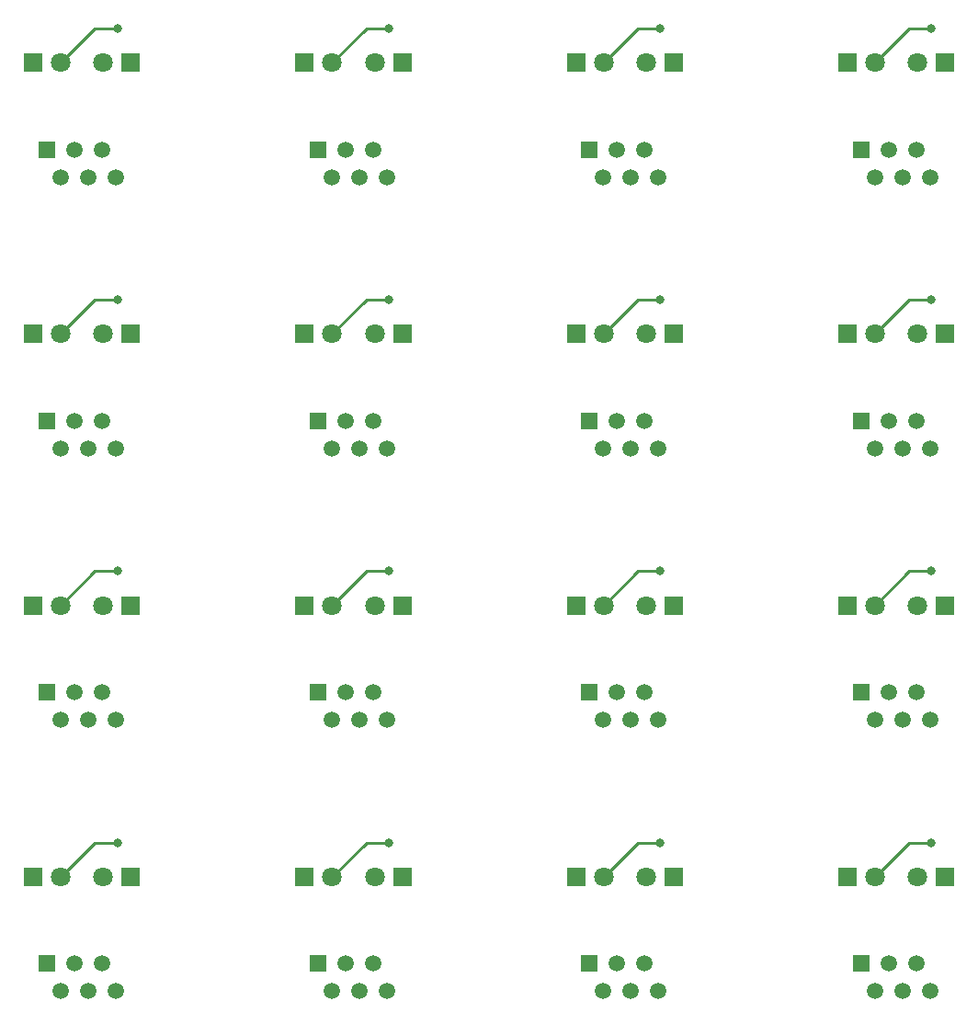
<source format=gbr>
%TF.GenerationSoftware,KiCad,Pcbnew,(5.1.9)-1*%
%TF.CreationDate,2021-10-26T13:29:37+02:00*%
%TF.ProjectId,Smartmeter_IR_V11_multi,536d6172-746d-4657-9465-725f49525f56,rev?*%
%TF.SameCoordinates,Original*%
%TF.FileFunction,Copper,L2,Bot*%
%TF.FilePolarity,Positive*%
%FSLAX46Y46*%
G04 Gerber Fmt 4.6, Leading zero omitted, Abs format (unit mm)*
G04 Created by KiCad (PCBNEW (5.1.9)-1) date 2021-10-26 13:29:37*
%MOMM*%
%LPD*%
G01*
G04 APERTURE LIST*
%TA.AperFunction,ComponentPad*%
%ADD10R,1.800000X1.800000*%
%TD*%
%TA.AperFunction,ComponentPad*%
%ADD11C,1.800000*%
%TD*%
%TA.AperFunction,ComponentPad*%
%ADD12R,1.520000X1.520000*%
%TD*%
%TA.AperFunction,ComponentPad*%
%ADD13C,1.520000*%
%TD*%
%TA.AperFunction,ViaPad*%
%ADD14C,0.800000*%
%TD*%
%TA.AperFunction,Conductor*%
%ADD15C,0.250000*%
%TD*%
G04 APERTURE END LIST*
D10*
%TO.P,T1,1*%
%TO.N,Net-(R1-Pad1)*%
X130500000Y-130000000D03*
D11*
%TO.P,T1,2*%
%TO.N,PWR*%
X133040000Y-130000000D03*
%TD*%
D12*
%TO.P,J1,1*%
%TO.N,Net-(D2-Pad2)*%
X56750000Y-138000000D03*
D13*
%TO.P,J1,2*%
%TO.N,Net-(J1-Pad2)*%
X58020000Y-140540000D03*
%TO.P,J1,3*%
%TO.N,Net-(J1-Pad3)*%
X59290000Y-138000000D03*
%TO.P,J1,4*%
%TO.N,Net-(IC1-Pad2)*%
X60560000Y-140540000D03*
%TO.P,J1,5*%
%TO.N,Net-(IC2-Pad4)*%
X61830000Y-138000000D03*
%TO.P,J1,6*%
%TO.N,GND*%
X63100000Y-140540000D03*
%TD*%
%TO.P,J1,6*%
%TO.N,GND*%
X88100000Y-140540000D03*
%TO.P,J1,5*%
%TO.N,Net-(IC2-Pad4)*%
X86830000Y-138000000D03*
%TO.P,J1,4*%
%TO.N,Net-(IC1-Pad2)*%
X85560000Y-140540000D03*
%TO.P,J1,3*%
%TO.N,Net-(J1-Pad3)*%
X84290000Y-138000000D03*
%TO.P,J1,2*%
%TO.N,Net-(J1-Pad2)*%
X83020000Y-140540000D03*
D12*
%TO.P,J1,1*%
%TO.N,Net-(D2-Pad2)*%
X81750000Y-138000000D03*
%TD*%
D11*
%TO.P,T1,2*%
%TO.N,PWR*%
X108040000Y-130000000D03*
D10*
%TO.P,T1,1*%
%TO.N,Net-(R1-Pad1)*%
X105500000Y-130000000D03*
%TD*%
D13*
%TO.P,J1,6*%
%TO.N,GND*%
X138100000Y-140540000D03*
%TO.P,J1,5*%
%TO.N,Net-(IC2-Pad4)*%
X136830000Y-138000000D03*
%TO.P,J1,4*%
%TO.N,Net-(IC1-Pad2)*%
X135560000Y-140540000D03*
%TO.P,J1,3*%
%TO.N,Net-(J1-Pad3)*%
X134290000Y-138000000D03*
%TO.P,J1,2*%
%TO.N,Net-(J1-Pad2)*%
X133020000Y-140540000D03*
D12*
%TO.P,J1,1*%
%TO.N,Net-(D2-Pad2)*%
X131750000Y-138000000D03*
%TD*%
D10*
%TO.P,T1,1*%
%TO.N,Net-(R1-Pad1)*%
X80500000Y-130000000D03*
D11*
%TO.P,T1,2*%
%TO.N,PWR*%
X83040000Y-130000000D03*
%TD*%
%TO.P,T1,2*%
%TO.N,PWR*%
X58040000Y-130000000D03*
D10*
%TO.P,T1,1*%
%TO.N,Net-(R1-Pad1)*%
X55500000Y-130000000D03*
%TD*%
%TO.P,D1,1*%
%TO.N,Net-(D1-Pad1)*%
X114500000Y-130000000D03*
D11*
%TO.P,D1,2*%
%TO.N,Net-(D1-Pad2)*%
X111960000Y-130000000D03*
%TD*%
%TO.P,D1,2*%
%TO.N,Net-(D1-Pad2)*%
X86960000Y-130000000D03*
D10*
%TO.P,D1,1*%
%TO.N,Net-(D1-Pad1)*%
X89500000Y-130000000D03*
%TD*%
%TO.P,D1,1*%
%TO.N,Net-(D1-Pad1)*%
X64500000Y-130000000D03*
D11*
%TO.P,D1,2*%
%TO.N,Net-(D1-Pad2)*%
X61960000Y-130000000D03*
%TD*%
%TO.P,D1,2*%
%TO.N,Net-(D1-Pad2)*%
X136960000Y-130000000D03*
D10*
%TO.P,D1,1*%
%TO.N,Net-(D1-Pad1)*%
X139500000Y-130000000D03*
%TD*%
D12*
%TO.P,J1,1*%
%TO.N,Net-(D2-Pad2)*%
X106750000Y-138000000D03*
D13*
%TO.P,J1,2*%
%TO.N,Net-(J1-Pad2)*%
X108020000Y-140540000D03*
%TO.P,J1,3*%
%TO.N,Net-(J1-Pad3)*%
X109290000Y-138000000D03*
%TO.P,J1,4*%
%TO.N,Net-(IC1-Pad2)*%
X110560000Y-140540000D03*
%TO.P,J1,5*%
%TO.N,Net-(IC2-Pad4)*%
X111830000Y-138000000D03*
%TO.P,J1,6*%
%TO.N,GND*%
X113100000Y-140540000D03*
%TD*%
D10*
%TO.P,D1,1*%
%TO.N,Net-(D1-Pad1)*%
X89500000Y-105000000D03*
D11*
%TO.P,D1,2*%
%TO.N,Net-(D1-Pad2)*%
X86960000Y-105000000D03*
%TD*%
%TO.P,D1,2*%
%TO.N,Net-(D1-Pad2)*%
X61960000Y-105000000D03*
D10*
%TO.P,D1,1*%
%TO.N,Net-(D1-Pad1)*%
X64500000Y-105000000D03*
%TD*%
D13*
%TO.P,J1,6*%
%TO.N,GND*%
X113100000Y-115540000D03*
%TO.P,J1,5*%
%TO.N,Net-(IC2-Pad4)*%
X111830000Y-113000000D03*
%TO.P,J1,4*%
%TO.N,Net-(IC1-Pad2)*%
X110560000Y-115540000D03*
%TO.P,J1,3*%
%TO.N,Net-(J1-Pad3)*%
X109290000Y-113000000D03*
%TO.P,J1,2*%
%TO.N,Net-(J1-Pad2)*%
X108020000Y-115540000D03*
D12*
%TO.P,J1,1*%
%TO.N,Net-(D2-Pad2)*%
X106750000Y-113000000D03*
%TD*%
D11*
%TO.P,D1,2*%
%TO.N,Net-(D1-Pad2)*%
X111960000Y-105000000D03*
D10*
%TO.P,D1,1*%
%TO.N,Net-(D1-Pad1)*%
X114500000Y-105000000D03*
%TD*%
%TO.P,D1,1*%
%TO.N,Net-(D1-Pad1)*%
X139500000Y-105000000D03*
D11*
%TO.P,D1,2*%
%TO.N,Net-(D1-Pad2)*%
X136960000Y-105000000D03*
%TD*%
D10*
%TO.P,T1,1*%
%TO.N,Net-(R1-Pad1)*%
X105500000Y-105000000D03*
D11*
%TO.P,T1,2*%
%TO.N,PWR*%
X108040000Y-105000000D03*
%TD*%
D12*
%TO.P,J1,1*%
%TO.N,Net-(D2-Pad2)*%
X81750000Y-113000000D03*
D13*
%TO.P,J1,2*%
%TO.N,Net-(J1-Pad2)*%
X83020000Y-115540000D03*
%TO.P,J1,3*%
%TO.N,Net-(J1-Pad3)*%
X84290000Y-113000000D03*
%TO.P,J1,4*%
%TO.N,Net-(IC1-Pad2)*%
X85560000Y-115540000D03*
%TO.P,J1,5*%
%TO.N,Net-(IC2-Pad4)*%
X86830000Y-113000000D03*
%TO.P,J1,6*%
%TO.N,GND*%
X88100000Y-115540000D03*
%TD*%
D12*
%TO.P,J1,1*%
%TO.N,Net-(D2-Pad2)*%
X131750000Y-113000000D03*
D13*
%TO.P,J1,2*%
%TO.N,Net-(J1-Pad2)*%
X133020000Y-115540000D03*
%TO.P,J1,3*%
%TO.N,Net-(J1-Pad3)*%
X134290000Y-113000000D03*
%TO.P,J1,4*%
%TO.N,Net-(IC1-Pad2)*%
X135560000Y-115540000D03*
%TO.P,J1,5*%
%TO.N,Net-(IC2-Pad4)*%
X136830000Y-113000000D03*
%TO.P,J1,6*%
%TO.N,GND*%
X138100000Y-115540000D03*
%TD*%
D11*
%TO.P,T1,2*%
%TO.N,PWR*%
X133040000Y-105000000D03*
D10*
%TO.P,T1,1*%
%TO.N,Net-(R1-Pad1)*%
X130500000Y-105000000D03*
%TD*%
D13*
%TO.P,J1,6*%
%TO.N,GND*%
X63100000Y-115540000D03*
%TO.P,J1,5*%
%TO.N,Net-(IC2-Pad4)*%
X61830000Y-113000000D03*
%TO.P,J1,4*%
%TO.N,Net-(IC1-Pad2)*%
X60560000Y-115540000D03*
%TO.P,J1,3*%
%TO.N,Net-(J1-Pad3)*%
X59290000Y-113000000D03*
%TO.P,J1,2*%
%TO.N,Net-(J1-Pad2)*%
X58020000Y-115540000D03*
D12*
%TO.P,J1,1*%
%TO.N,Net-(D2-Pad2)*%
X56750000Y-113000000D03*
%TD*%
D11*
%TO.P,T1,2*%
%TO.N,PWR*%
X83040000Y-105000000D03*
D10*
%TO.P,T1,1*%
%TO.N,Net-(R1-Pad1)*%
X80500000Y-105000000D03*
%TD*%
%TO.P,T1,1*%
%TO.N,Net-(R1-Pad1)*%
X55500000Y-105000000D03*
D11*
%TO.P,T1,2*%
%TO.N,PWR*%
X58040000Y-105000000D03*
%TD*%
D12*
%TO.P,J1,1*%
%TO.N,Net-(D2-Pad2)*%
X106750000Y-88000000D03*
D13*
%TO.P,J1,2*%
%TO.N,Net-(J1-Pad2)*%
X108020000Y-90540000D03*
%TO.P,J1,3*%
%TO.N,Net-(J1-Pad3)*%
X109290000Y-88000000D03*
%TO.P,J1,4*%
%TO.N,Net-(IC1-Pad2)*%
X110560000Y-90540000D03*
%TO.P,J1,5*%
%TO.N,Net-(IC2-Pad4)*%
X111830000Y-88000000D03*
%TO.P,J1,6*%
%TO.N,GND*%
X113100000Y-90540000D03*
%TD*%
D10*
%TO.P,D1,1*%
%TO.N,Net-(D1-Pad1)*%
X114500000Y-80000000D03*
D11*
%TO.P,D1,2*%
%TO.N,Net-(D1-Pad2)*%
X111960000Y-80000000D03*
%TD*%
%TO.P,T1,2*%
%TO.N,PWR*%
X108040000Y-80000000D03*
D10*
%TO.P,T1,1*%
%TO.N,Net-(R1-Pad1)*%
X105500000Y-80000000D03*
%TD*%
D11*
%TO.P,D1,2*%
%TO.N,Net-(D1-Pad2)*%
X86960000Y-80000000D03*
D10*
%TO.P,D1,1*%
%TO.N,Net-(D1-Pad1)*%
X89500000Y-80000000D03*
%TD*%
%TO.P,D1,1*%
%TO.N,Net-(D1-Pad1)*%
X64500000Y-80000000D03*
D11*
%TO.P,D1,2*%
%TO.N,Net-(D1-Pad2)*%
X61960000Y-80000000D03*
%TD*%
%TO.P,D1,2*%
%TO.N,Net-(D1-Pad2)*%
X136960000Y-80000000D03*
D10*
%TO.P,D1,1*%
%TO.N,Net-(D1-Pad1)*%
X139500000Y-80000000D03*
%TD*%
%TO.P,T1,1*%
%TO.N,Net-(R1-Pad1)*%
X130500000Y-80000000D03*
D11*
%TO.P,T1,2*%
%TO.N,PWR*%
X133040000Y-80000000D03*
%TD*%
D13*
%TO.P,J1,6*%
%TO.N,GND*%
X138100000Y-90540000D03*
%TO.P,J1,5*%
%TO.N,Net-(IC2-Pad4)*%
X136830000Y-88000000D03*
%TO.P,J1,4*%
%TO.N,Net-(IC1-Pad2)*%
X135560000Y-90540000D03*
%TO.P,J1,3*%
%TO.N,Net-(J1-Pad3)*%
X134290000Y-88000000D03*
%TO.P,J1,2*%
%TO.N,Net-(J1-Pad2)*%
X133020000Y-90540000D03*
D12*
%TO.P,J1,1*%
%TO.N,Net-(D2-Pad2)*%
X131750000Y-88000000D03*
%TD*%
D13*
%TO.P,J1,6*%
%TO.N,GND*%
X88100000Y-90540000D03*
%TO.P,J1,5*%
%TO.N,Net-(IC2-Pad4)*%
X86830000Y-88000000D03*
%TO.P,J1,4*%
%TO.N,Net-(IC1-Pad2)*%
X85560000Y-90540000D03*
%TO.P,J1,3*%
%TO.N,Net-(J1-Pad3)*%
X84290000Y-88000000D03*
%TO.P,J1,2*%
%TO.N,Net-(J1-Pad2)*%
X83020000Y-90540000D03*
D12*
%TO.P,J1,1*%
%TO.N,Net-(D2-Pad2)*%
X81750000Y-88000000D03*
%TD*%
%TO.P,J1,1*%
%TO.N,Net-(D2-Pad2)*%
X56750000Y-88000000D03*
D13*
%TO.P,J1,2*%
%TO.N,Net-(J1-Pad2)*%
X58020000Y-90540000D03*
%TO.P,J1,3*%
%TO.N,Net-(J1-Pad3)*%
X59290000Y-88000000D03*
%TO.P,J1,4*%
%TO.N,Net-(IC1-Pad2)*%
X60560000Y-90540000D03*
%TO.P,J1,5*%
%TO.N,Net-(IC2-Pad4)*%
X61830000Y-88000000D03*
%TO.P,J1,6*%
%TO.N,GND*%
X63100000Y-90540000D03*
%TD*%
D10*
%TO.P,T1,1*%
%TO.N,Net-(R1-Pad1)*%
X80500000Y-80000000D03*
D11*
%TO.P,T1,2*%
%TO.N,PWR*%
X83040000Y-80000000D03*
%TD*%
%TO.P,T1,2*%
%TO.N,PWR*%
X58040000Y-80000000D03*
D10*
%TO.P,T1,1*%
%TO.N,Net-(R1-Pad1)*%
X55500000Y-80000000D03*
%TD*%
D12*
%TO.P,J1,1*%
%TO.N,Net-(D2-Pad2)*%
X131750000Y-63000000D03*
D13*
%TO.P,J1,2*%
%TO.N,Net-(J1-Pad2)*%
X133020000Y-65540000D03*
%TO.P,J1,3*%
%TO.N,Net-(J1-Pad3)*%
X134290000Y-63000000D03*
%TO.P,J1,4*%
%TO.N,Net-(IC1-Pad2)*%
X135560000Y-65540000D03*
%TO.P,J1,5*%
%TO.N,Net-(IC2-Pad4)*%
X136830000Y-63000000D03*
%TO.P,J1,6*%
%TO.N,GND*%
X138100000Y-65540000D03*
%TD*%
D10*
%TO.P,D1,1*%
%TO.N,Net-(D1-Pad1)*%
X139500000Y-55000000D03*
D11*
%TO.P,D1,2*%
%TO.N,Net-(D1-Pad2)*%
X136960000Y-55000000D03*
%TD*%
%TO.P,T1,2*%
%TO.N,PWR*%
X133040000Y-55000000D03*
D10*
%TO.P,T1,1*%
%TO.N,Net-(R1-Pad1)*%
X130500000Y-55000000D03*
%TD*%
D11*
%TO.P,D1,2*%
%TO.N,Net-(D1-Pad2)*%
X111960000Y-55000000D03*
D10*
%TO.P,D1,1*%
%TO.N,Net-(D1-Pad1)*%
X114500000Y-55000000D03*
%TD*%
D13*
%TO.P,J1,6*%
%TO.N,GND*%
X113100000Y-65540000D03*
%TO.P,J1,5*%
%TO.N,Net-(IC2-Pad4)*%
X111830000Y-63000000D03*
%TO.P,J1,4*%
%TO.N,Net-(IC1-Pad2)*%
X110560000Y-65540000D03*
%TO.P,J1,3*%
%TO.N,Net-(J1-Pad3)*%
X109290000Y-63000000D03*
%TO.P,J1,2*%
%TO.N,Net-(J1-Pad2)*%
X108020000Y-65540000D03*
D12*
%TO.P,J1,1*%
%TO.N,Net-(D2-Pad2)*%
X106750000Y-63000000D03*
%TD*%
D10*
%TO.P,T1,1*%
%TO.N,Net-(R1-Pad1)*%
X105500000Y-55000000D03*
D11*
%TO.P,T1,2*%
%TO.N,PWR*%
X108040000Y-55000000D03*
%TD*%
D10*
%TO.P,D1,1*%
%TO.N,Net-(D1-Pad1)*%
X89500000Y-55000000D03*
D11*
%TO.P,D1,2*%
%TO.N,Net-(D1-Pad2)*%
X86960000Y-55000000D03*
%TD*%
D12*
%TO.P,J1,1*%
%TO.N,Net-(D2-Pad2)*%
X81750000Y-63000000D03*
D13*
%TO.P,J1,2*%
%TO.N,Net-(J1-Pad2)*%
X83020000Y-65540000D03*
%TO.P,J1,3*%
%TO.N,Net-(J1-Pad3)*%
X84290000Y-63000000D03*
%TO.P,J1,4*%
%TO.N,Net-(IC1-Pad2)*%
X85560000Y-65540000D03*
%TO.P,J1,5*%
%TO.N,Net-(IC2-Pad4)*%
X86830000Y-63000000D03*
%TO.P,J1,6*%
%TO.N,GND*%
X88100000Y-65540000D03*
%TD*%
D11*
%TO.P,T1,2*%
%TO.N,PWR*%
X83040000Y-55000000D03*
D10*
%TO.P,T1,1*%
%TO.N,Net-(R1-Pad1)*%
X80500000Y-55000000D03*
%TD*%
D11*
%TO.P,D1,2*%
%TO.N,Net-(D1-Pad2)*%
X61960000Y-55000000D03*
D10*
%TO.P,D1,1*%
%TO.N,Net-(D1-Pad1)*%
X64500000Y-55000000D03*
%TD*%
D13*
%TO.P,J1,6*%
%TO.N,GND*%
X63100000Y-65540000D03*
%TO.P,J1,5*%
%TO.N,Net-(IC2-Pad4)*%
X61830000Y-63000000D03*
%TO.P,J1,4*%
%TO.N,Net-(IC1-Pad2)*%
X60560000Y-65540000D03*
%TO.P,J1,3*%
%TO.N,Net-(J1-Pad3)*%
X59290000Y-63000000D03*
%TO.P,J1,2*%
%TO.N,Net-(J1-Pad2)*%
X58020000Y-65540000D03*
D12*
%TO.P,J1,1*%
%TO.N,Net-(D2-Pad2)*%
X56750000Y-63000000D03*
%TD*%
D10*
%TO.P,T1,1*%
%TO.N,Net-(R1-Pad1)*%
X55500000Y-55000000D03*
D11*
%TO.P,T1,2*%
%TO.N,PWR*%
X58040000Y-55000000D03*
%TD*%
D14*
%TO.N,PWR*%
X63263000Y-51839600D03*
X88263000Y-51839600D03*
X113263000Y-51839600D03*
X138263000Y-51839600D03*
X63263000Y-76839600D03*
X88263000Y-76839600D03*
X113263000Y-76839600D03*
X138263000Y-76839600D03*
X63263000Y-101839600D03*
X88263000Y-101839600D03*
X113263000Y-101839600D03*
X138263000Y-101839600D03*
X113263000Y-126839600D03*
X63263000Y-126839600D03*
X88263000Y-126839600D03*
X138263000Y-126839600D03*
%TD*%
D15*
%TO.N,PWR*%
X58040000Y-55000000D02*
X61200400Y-51839600D01*
X61200400Y-51839600D02*
X63263000Y-51839600D01*
X86200400Y-51839600D02*
X88263000Y-51839600D01*
X83040000Y-55000000D02*
X86200400Y-51839600D01*
X111200400Y-51839600D02*
X113263000Y-51839600D01*
X108040000Y-55000000D02*
X111200400Y-51839600D01*
X133040000Y-55000000D02*
X136200400Y-51839600D01*
X136200400Y-51839600D02*
X138263000Y-51839600D01*
X133040000Y-80000000D02*
X136200400Y-76839600D01*
X136200400Y-76839600D02*
X138263000Y-76839600D01*
X108040000Y-80000000D02*
X111200400Y-76839600D01*
X61200400Y-76839600D02*
X63263000Y-76839600D01*
X58040000Y-80000000D02*
X61200400Y-76839600D01*
X86200400Y-76839600D02*
X88263000Y-76839600D01*
X83040000Y-80000000D02*
X86200400Y-76839600D01*
X111200400Y-76839600D02*
X113263000Y-76839600D01*
X83040000Y-105000000D02*
X86200400Y-101839600D01*
X111200400Y-101839600D02*
X113263000Y-101839600D01*
X58040000Y-105000000D02*
X61200400Y-101839600D01*
X61200400Y-101839600D02*
X63263000Y-101839600D01*
X86200400Y-101839600D02*
X88263000Y-101839600D01*
X133040000Y-105000000D02*
X136200400Y-101839600D01*
X136200400Y-101839600D02*
X138263000Y-101839600D01*
X108040000Y-105000000D02*
X111200400Y-101839600D01*
X83040000Y-130000000D02*
X86200400Y-126839600D01*
X111200400Y-126839600D02*
X113263000Y-126839600D01*
X61200400Y-126839600D02*
X63263000Y-126839600D01*
X58040000Y-130000000D02*
X61200400Y-126839600D01*
X86200400Y-126839600D02*
X88263000Y-126839600D01*
X133040000Y-130000000D02*
X136200400Y-126839600D01*
X136200400Y-126839600D02*
X138263000Y-126839600D01*
X108040000Y-130000000D02*
X111200400Y-126839600D01*
%TD*%
M02*

</source>
